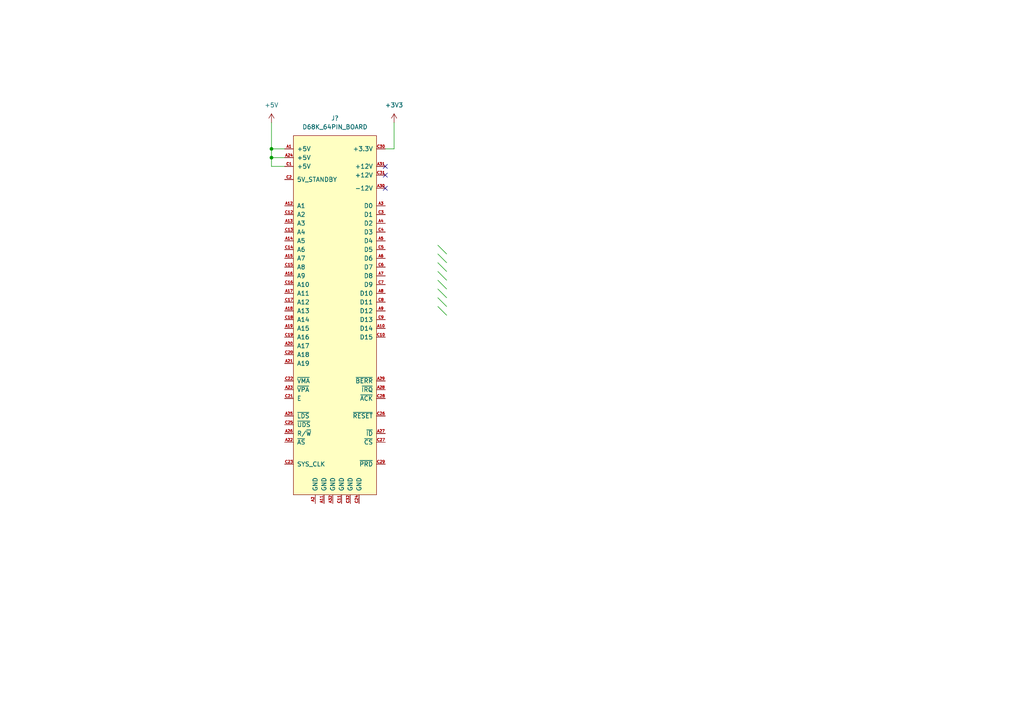
<source format=kicad_sch>
(kicad_sch (version 20211123) (generator eeschema)
  (paper "A4")
  (lib_symbols
    (symbol "Ddraig:D68K_64PIN_BOARD" (pin_names (offset 1.016))
      (property "Reference" "J" (at -11.43 53.34 0))
      (property "Value" "D68K_64PIN_BOARD" (at -2.54 50.8 0))
      (symbol "D68K_64PIN_BOARD_0_1"
        (rectangle (start -12.7 48.26) (end 11.43 -55.88) (fill (type background)))
      )
      (symbol "D68K_64PIN_BOARD_1_1"
        (pin power_in line (at -15.24 44.45 0) (length 2.54) (name "+5V") (number "A1"))
        (pin bidirectional line (at 13.97 -7.62 180) (length 2.54) (name "D14") (number "A10"))
        (pin power_in line (at -3.81 -58.42 90) (length 2.54) (name "GND") (number "A11"))
        (pin output line (at -15.24 27.94 0) (length 2.54) (name "A1") (number "A12"))
        (pin output line (at -15.24 22.86 0) (length 2.54) (name "A3") (number "A13"))
        (pin output line (at -15.24 17.78 0) (length 2.54) (name "A5") (number "A14"))
        (pin output line (at -15.24 12.7 0) (length 2.54) (name "A7") (number "A15"))
        (pin output line (at -15.24 7.62 0) (length 2.54) (name "A9") (number "A16"))
        (pin output line (at -15.24 2.54 0) (length 2.54) (name "A11") (number "A17"))
        (pin output line (at -15.24 -2.54 0) (length 2.54) (name "A13") (number "A18"))
        (pin output line (at -15.24 -7.62 0) (length 2.54) (name "A15") (number "A19"))
        (pin power_in line (at -6.35 -58.42 90) (length 2.54) (name "GND") (number "A2"))
        (pin output line (at -15.24 -12.7 0) (length 2.54) (name "A17") (number "A20"))
        (pin output line (at -15.24 -17.78 0) (length 2.54) (name "A19") (number "A21"))
        (pin output line (at -15.24 -40.64 0) (length 2.54) (name "~{AS}") (number "A22"))
        (pin output line (at -15.24 -25.4 0) (length 2.54) (name "~{VPA}") (number "A23"))
        (pin power_in line (at -15.24 41.91 0) (length 2.54) (name "+5V") (number "A24"))
        (pin output line (at -15.24 -33.02 0) (length 2.54) (name "~{LDS}") (number "A25"))
        (pin output line (at -15.24 -38.1 0) (length 2.54) (name "R/~{W}") (number "A26"))
        (pin output line (at 13.97 -38.1 180) (length 2.54) (name "~{ID}") (number "A27"))
        (pin input line (at 13.97 -25.4 180) (length 2.54) (name "~{IRQ}") (number "A28"))
        (pin input line (at 13.97 -22.86 180) (length 2.54) (name "~{BERR}") (number "A29"))
        (pin bidirectional line (at 13.97 27.94 180) (length 2.54) (name "D0") (number "A3"))
        (pin power_in line (at 13.97 33.02 180) (length 2.54) (name "-12V") (number "A30"))
        (pin power_in line (at 13.97 39.37 180) (length 2.54) (name "+12V") (number "A31"))
        (pin power_in line (at -1.27 -58.42 90) (length 2.54) (name "GND") (number "A32"))
        (pin bidirectional line (at 13.97 22.86 180) (length 2.54) (name "D2") (number "A4"))
        (pin bidirectional line (at 13.97 17.78 180) (length 2.54) (name "D4") (number "A5"))
        (pin bidirectional line (at 13.97 12.7 180) (length 2.54) (name "D6") (number "A6"))
        (pin bidirectional line (at 13.97 7.62 180) (length 2.54) (name "D8") (number "A7"))
        (pin bidirectional line (at 13.97 2.54 180) (length 2.54) (name "D10") (number "A8"))
        (pin bidirectional line (at 13.97 -2.54 180) (length 2.54) (name "D12") (number "A9"))
        (pin power_in line (at -15.24 39.37 0) (length 2.54) (name "+5V") (number "C1"))
        (pin bidirectional line (at 13.97 -10.16 180) (length 2.54) (name "D15") (number "C10"))
        (pin power_in line (at 1.27 -58.42 90) (length 2.54) (name "GND") (number "C11"))
        (pin output line (at -15.24 25.4 0) (length 2.54) (name "A2") (number "C12"))
        (pin output line (at -15.24 20.32 0) (length 2.54) (name "A4") (number "C13"))
        (pin output line (at -15.24 15.24 0) (length 2.54) (name "A6") (number "C14"))
        (pin output line (at -15.24 10.16 0) (length 2.54) (name "A8") (number "C15"))
        (pin output line (at -15.24 5.08 0) (length 2.54) (name "A10") (number "C16"))
        (pin output line (at -15.24 0 0) (length 2.54) (name "A12") (number "C17"))
        (pin output line (at -15.24 -5.08 0) (length 2.54) (name "A14") (number "C18"))
        (pin output line (at -15.24 -10.16 0) (length 2.54) (name "A16") (number "C19"))
        (pin power_in line (at -15.24 35.56 0) (length 2.54) (name "5V_STANDBY") (number "C2"))
        (pin output line (at -15.24 -15.24 0) (length 2.54) (name "A18") (number "C20"))
        (pin output line (at -15.24 -27.94 0) (length 2.54) (name "E") (number "C21"))
        (pin output line (at -15.24 -22.86 0) (length 2.54) (name "~{VMA}") (number "C22"))
        (pin output line (at -15.24 -46.99 0) (length 2.54) (name "SYS_CLK") (number "C23"))
        (pin power_in line (at 6.35 -58.42 90) (length 2.54) (name "GND") (number "C24"))
        (pin output line (at -15.24 -35.56 0) (length 2.54) (name "~{UDS}") (number "C25"))
        (pin output line (at 13.97 -33.02 180) (length 2.54) (name "~{RESET}") (number "C26"))
        (pin output line (at 13.97 -40.64 180) (length 2.54) (name "~{CS}") (number "C27"))
        (pin input line (at 13.97 -27.94 180) (length 2.54) (name "~{ACK}") (number "C28"))
        (pin passive line (at 13.97 -46.99 180) (length 2.54) (name "~{PRD}") (number "C29"))
        (pin bidirectional line (at 13.97 25.4 180) (length 2.54) (name "D1") (number "C3"))
        (pin power_in line (at 13.97 44.45 180) (length 2.54) (name "+3.3V") (number "C30"))
        (pin power_in line (at 13.97 36.83 180) (length 2.54) (name "+12V") (number "C31"))
        (pin power_in line (at 3.81 -58.42 90) (length 2.54) (name "GND") (number "C32"))
        (pin bidirectional line (at 13.97 20.32 180) (length 2.54) (name "D3") (number "C4"))
        (pin bidirectional line (at 13.97 15.24 180) (length 2.54) (name "D5") (number "C5"))
        (pin bidirectional line (at 13.97 10.16 180) (length 2.54) (name "D7") (number "C6"))
        (pin bidirectional line (at 13.97 5.08 180) (length 2.54) (name "D9") (number "C7"))
        (pin bidirectional line (at 13.97 0 180) (length 2.54) (name "D11") (number "C8"))
        (pin bidirectional line (at 13.97 -5.08 180) (length 2.54) (name "D13") (number "C9"))
      )
    )
    (symbol "power:+3.3V" (power) (pin_names (offset 0))
      (property "Value" "+3.3V" (at 0 3.556 0))
      (symbol "+3.3V_0_1"
        (polyline (pts (xy -0.762 1.27) (xy 0 2.54)))
        (polyline (pts (xy 0 0) (xy 0 2.54)))
        (polyline (pts (xy 0 2.54) (xy 0.762 1.27)))
      )
      (symbol "+3.3V_1_1"
        (pin power_in line (at 0 0 90) (length 0) hide (name "+3V3") (number "1"))
      )
    )
    (symbol "power:+5V" (power) (pin_names (offset 0))
      (property "Value" "+5V" (at 0 3.556 0))
      (symbol "+5V_0_1"
        (polyline (pts (xy -0.762 1.27) (xy 0 2.54)))
        (polyline (pts (xy 0 0) (xy 0 2.54)))
        (polyline (pts (xy 0 2.54) (xy 0.762 1.27)))
      )
      (symbol "+5V_1_1"
        (pin power_in line (at 0 0 90) (length 0) hide (name "+5V") (number "1"))
      )
    )
  )
  (junction (at 78.74 43.18))
  (junction (at 78.74 45.72))
  (no_connect (at 111.76 48.26))
  (no_connect (at 111.76 50.8))
  (no_connect (at 111.76 54.61))
  (bus_entry (at 127 71.12) (size 2.54 2.54))
  (bus_entry (at 127 76.2) (size 2.54 2.54))
  (bus_entry (at 127 83.82) (size 2.54 2.54))
  (bus_entry (at 127 86.36) (size 2.54 2.54))
  (bus_entry (at 127 88.9) (size 2.54 2.54))
  (bus_entry (at 127 78.74) (size 2.54 2.54))
  (bus_entry (at 127 81.28) (size 2.54 2.54))
  (bus_entry (at 127 73.66) (size 2.54 2.54))
  (wire (pts (xy 78.74 45.72) (xy 78.74 48.26)))
  (wire (pts (xy 78.74 48.26) (xy 82.55 48.26)))
  (wire (pts (xy 78.74 43.18) (xy 78.74 45.72)))
  (wire (pts (xy 78.74 43.18) (xy 82.55 43.18)))
  (wire (pts (xy 78.74 45.72) (xy 82.55 45.72)))
  (wire (pts (xy 114.3 43.18) (xy 114.3 35.56)))
  (wire (pts (xy 111.76 43.18) (xy 114.3 43.18)))
  (wire (pts (xy 78.74 35.56) (xy 78.74 43.18)))
  (symbol (lib_id "power:+5V") (at 78.74 35.56 0) (unit 1)
    (property "Reference" "#PWR?" (effects hide))
    (property "Value" "+5V" (at 78.74 30.48 0))
  )
  (symbol (lib_id "power:+3.3V") (at 114.3 35.56 0) (unit 1)
    (property "Reference" "#PWR?" (effects hide))
    (property "Value" "+3.3V" (at 114.3 30.48 0))
  )
  (symbol (lib_id "Ddraig:D68K_64PIN_BOARD") (at 97.79 87.63 0) (unit 1)
    (property "Reference" "J?" (at 97.155 34.29 0))
    (property "Value" "D68K_64PIN_BOARD" (at 97.155 36.83 0))
    (property "Footprint" "Ddraig:DIN41612_C_2x32_Male_Horizontal_THT" (effects hide))
  )
)
</source>
